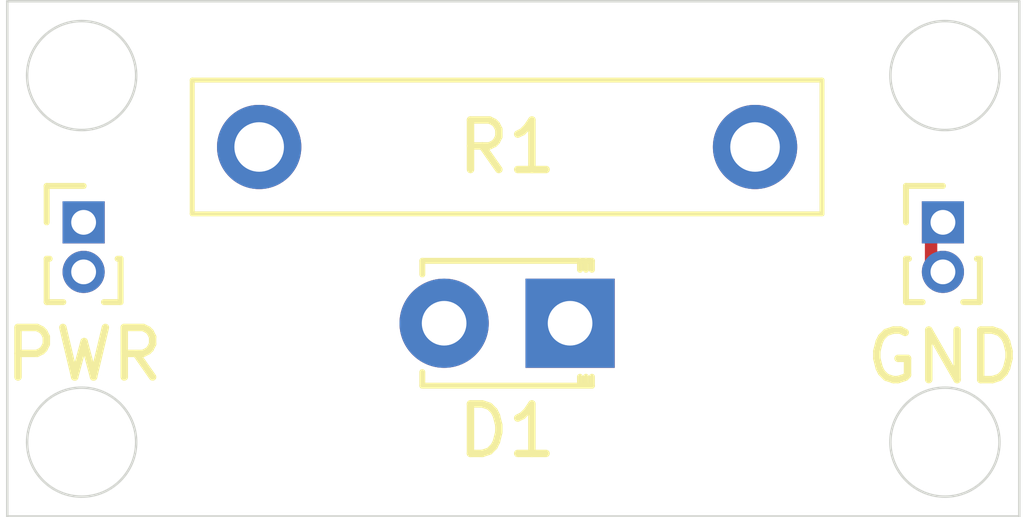
<source format=kicad_pcb>
(kicad_pcb (version 20241229) (generator "pcbnew") (generator_version "9.0")
  (layers (0 "F.Cu" signal) (2 "B.Cu" signal) (13 "F.Paste" user) (15 "B.Paste" user) (5 "F.SilkS" user "F.Silkscreen") (7 "B.SilkS" user "B.Silkscreen") (1 "F.Mask" user) (3 "B.Mask" user) (25 "Edge.Cuts" user))
  (net 0 "")
  (net 1 "GND")
  (net 2 "Net-(D1-A)")
  (net 3 "PWR")
  (footprint "LED_THT:LED_D1.8mm_W3.3mm_H2.4mm" (layer "F.Cu") (at 152.35 87.8 180)
    (property "Reference" "D1" (at 1.270667 -2.173333 0) (layer "F.SilkS"))
    (property "Value" "LED" (hide yes))
    (fp_line (start 2.98 1.26) (end -0.44 1.26) (stroke (width 0.12)) (layer "F.SilkS"))
    (fp_line (start 2.98 0.986) (end 2.98 1.26) (stroke (width 0.12)) (layer "F.SilkS"))
    (fp_line (start 2.98 -1.26) (end 2.98 -0.986) (stroke (width 0.12)) (layer "F.SilkS"))
    (fp_line (start -0.2 1.08) (end -0.2 1.26) (stroke (width 0.12)) (layer "F.SilkS"))
    (fp_line (start -0.2 -1.26) (end -0.2 -1.08) (stroke (width 0.12)) (layer "F.SilkS"))
    (fp_line (start -0.32 1.08) (end -0.32 1.26) (stroke (width 0.12)) (layer "F.SilkS"))
    (fp_line (start -0.32 -1.26) (end -0.32 -1.08) (stroke (width 0.12)) (layer "F.SilkS"))
    (fp_line (start -0.44 1.26) (end -0.44 1.08) (stroke (width 0.12)) (layer "F.SilkS"))
    (fp_line (start -0.44 -1.08) (end -0.44 -1.26) (stroke (width 0.12)) (layer "F.SilkS"))
    (fp_line (start -0.44 -1.26) (end 2.98 -1.26) (stroke (width 0.12)) (layer "F.SilkS"))
    (pad "1" thru_hole rect (at 0 0 180) (size 1.8 1.8) (drill 0.9) (layers "*.Cu" "*.Mask") (net 1 "GND"))
    (pad "2" thru_hole circle (at 2.54 0 180) (size 1.8 1.8) (drill 0.9) (layers "*.Cu" "*.Mask") (net 2 "Net-(D1-A)"))
  )
  (footprint "Connector_PinHeader_1.00mm:PinHeader_1x02_P1.00mm_Vertical" (layer "F.Cu") (at 142.54 85.763333)
    (property "Reference" "PWR" (at 0.01 2.666667 0) (layer "F.SilkS"))
    (property "Value" "Conn_01x02_Pin" (hide yes))
    (fp_line (start -0.745 -0.735) (end 0 -0.735) (stroke (width 0.12)) (layer "F.SilkS"))
    (fp_line (start -0.745 0) (end -0.745 -0.735) (stroke (width 0.12)) (layer "F.SilkS"))
    (fp_line (start -0.745 0.735) (end -0.745 1.61) (stroke (width 0.12)) (layer "F.SilkS"))
    (fp_line (start -0.745 0.735) (end -0.685565 0.735) (stroke (width 0.12)) (layer "F.SilkS"))
    (fp_line (start -0.745 1.61) (end -0.41003 1.61) (stroke (width 0.12)) (layer "F.SilkS"))
    (fp_line (start 0.41003 1.61) (end 0.745 1.61) (stroke (width 0.12)) (layer "F.SilkS"))
    (fp_line (start 0.685565 0.735) (end 0.745 0.735) (stroke (width 0.12)) (layer "F.SilkS"))
    (fp_line (start 0.745 0.735) (end 0.745 1.61) (stroke (width 0.12)) (layer "F.SilkS"))
    (pad "1" thru_hole rect (at 0 0) (size 0.85 0.85) (drill 0.5) (layers "*.Cu" "*.Mask") (net 3 "PWR"))
    (pad "2" thru_hole circle (at 0 1) (size 0.85 0.85) (drill 0.5) (layers "*.Cu" "*.Mask") (net 3 "PWR"))
  )
  (footprint "Library:Custom_PinHeader_1x02_P2.54mm_Vertical_Spaced_10mm" (layer "F.Cu") (at 151.08 84.242 90)
    (property "Reference" "R1" (at 0 0 180) (layer "F.SilkS"))
    (property "Value" "R" (hide yes))
    (fp_line (start 1.35 -6.35) (end 1.35 6.35) (stroke (width 0.1)) (layer "F.SilkS"))
    (fp_line (start -1.35 -6.35) (end 1.35 -6.35) (stroke (width 0.1)) (layer "F.SilkS"))
    (fp_line (start 1.35 6.35) (end -1.35 6.35) (stroke (width 0.1)) (layer "F.SilkS"))
    (fp_line (start -1.35 6.35) (end -1.35 -6.35) (stroke (width 0.1)) (layer "F.SilkS"))
    (pad "1" thru_hole circle (at 0 -5 90) (size 1.7 1.7) (drill 1) (layers "*.Cu" "*.Mask") (net 3 "PWR"))
    (pad "2" thru_hole oval (at 0 5 90) (size 1.7 1.7) (drill 1) (layers "*.Cu" "*.Mask") (net 2 "Net-(D1-A)"))
  )
  (footprint "Connector_PinHeader_1.00mm:PinHeader_1x02_P1.00mm_Vertical" (layer "F.Cu") (at 159.869 85.763)
    (property "Reference" "GND" (at 0 2.72 0) (layer "F.SilkS"))
    (property "Value" "Conn_01x02_Pin" (hide yes))
    (fp_line (start -0.745 -0.735) (end 0 -0.735) (stroke (width 0.12)) (layer "F.SilkS"))
    (fp_line (start -0.745 0) (end -0.745 -0.735) (stroke (width 0.12)) (layer "F.SilkS"))
    (fp_line (start -0.745 0.735) (end -0.745 1.61) (stroke (width 0.12)) (layer "F.SilkS"))
    (fp_line (start -0.745 0.735) (end -0.685565 0.735) (stroke (width 0.12)) (layer "F.SilkS"))
    (fp_line (start -0.745 1.61) (end -0.41003 1.61) (stroke (width 0.12)) (layer "F.SilkS"))
    (fp_line (start 0.41003 1.61) (end 0.745 1.61) (stroke (width 0.12)) (layer "F.SilkS"))
    (fp_line (start 0.685565 0.735) (end 0.745 0.735) (stroke (width 0.12)) (layer "F.SilkS"))
    (fp_line (start 0.745 0.735) (end 0.745 1.61) (stroke (width 0.12)) (layer "F.SilkS"))
    (pad "1" thru_hole rect (at 0 0) (size 0.85 0.85) (drill 0.5) (layers "*.Cu" "*.Mask") (net 1 "GND"))
    (pad "2" thru_hole circle (at 0 1) (size 0.85 0.85) (drill 0.5) (layers "*.Cu" "*.Mask") (net 1 "GND"))
  )
  (gr_circle (center 159.909 90.2) (end 161.009 90.2) (stroke (width 0.05)) (fill no) (layer "Edge.Cuts"))
  (gr_circle (center 159.909 82.8) (end 161.009 82.8) (stroke (width 0.05)) (fill no) (layer "Edge.Cuts"))
  (gr_circle (center 142.5 90.2) (end 143.6 90.2) (stroke (width 0.05)) (fill no) (layer "Edge.Cuts"))
  (gr_line (start 161.409 81.3) (end 161.409 91.7) (stroke (width 0.05)) (layer "Edge.Cuts"))
  (gr_circle (center 142.5 82.8) (end 143.6 82.8) (stroke (width 0.05)) (fill no) (layer "Edge.Cuts"))
  (gr_line (start 141 81.3) (end 141 91.7) (stroke (width 0.05)) (layer "Edge.Cuts"))
  (gr_line (start 161.409 81.3) (end 141 81.3) (stroke (width 0.05)) (layer "Edge.Cuts"))
  (gr_line (start 141 91.7) (end 161.409 91.7) (stroke (width 0.05)) (layer "Edge.Cuts"))
  (segment (start 159.63 86.69) (end 159.63 85.69) (width 0.25) (layer "F.Cu") (net 1))
)
</source>
